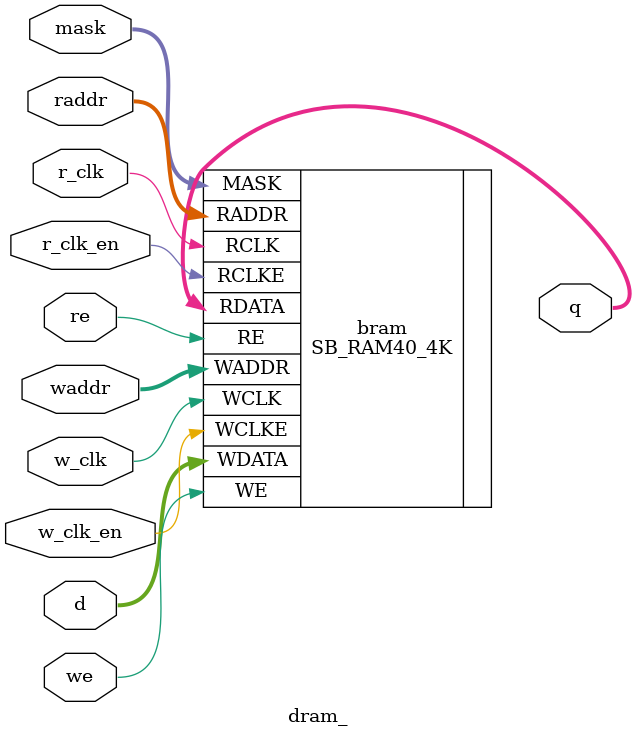
<source format=v>
module dram_256x16(
		   input 		       w_clk,
		   input 		       r_clk,
		   input 		       w_clk_en,
		   input 		       r_clk_en,
		   input 		       we,
		   input [ADDR_WIDTH - 1 : 0]  waddr,
		   input [DATA_WIDTH - 1 : 0]  d,
		   input 		       re,
		   input [DATA_WIDTH - 1 :0]   mask,
		   input [ADDR_WIDTH - 1 : 0]  raddr,
		   output [DATA_WIDTH - 1 : 0] q
	    );
   
   localparam DATA_WIDTH = 16;
   localparam ADDR_WIDTH = 8;

   localparam RAM_DATA_WIDTH = 16;
   localparam RAM_ADDR_WIDTH = 11;
   
   wire [RAM_DATA_WIDTH - 1 : 0] 	      _d, _q;
   wire [RAM_ADDR_WIDTH - 1 : 0] 	      _waddr, _raddr;			      
   
   assign _waddr = { {(RAM_ADDR_WIDTH - ADDR_WIDTH){1'b0}}, {waddr} };
   assign _raddr = { {(RAM_ADDR_WIDTH - ADDR_WIDTH){1'b0}}, {raddr} };

   assign _d = d;
   assign q = _q;
   
   dram_#(
	  .MODE(0)
	  ) dram(
		 .w_clk(w_clk),
		 .r_clk(r_clk),
		 .w_clk_en(w_clk_en),
		 .r_clk_en(r_clk_en),
		 .we(we),
		 .waddr(_waddr),
		 .d(_d),
		 .re(re),
		 .raddr(_raddr),
		 .q(_q),
		 .mask(16'b0)
		 );

   
endmodule // dram_256x16

module dram_512x8(
		  input 		      w_clk,
		  input 		      r_clk,
		  input 		      w_clk_en,
		  input 		      r_clk_en,
		  input 		      we,
		  input [ADDR_WIDTH - 1 : 0]  waddr,
		  input [DATA_WIDTH - 1 : 0]  d,
		  input 		      re,
		  input [ADDR_WIDTH - 1 : 0]  raddr,
		  output [DATA_WIDTH - 1 : 0] q
		  );
   
   localparam DATA_WIDTH = 8;
   localparam ADDR_WIDTH = 9;

   localparam RAM_DATA_WIDTH = 16;
   localparam RAM_ADDR_WIDTH = 11;
   
   wire [RAM_DATA_WIDTH - 1 : 0] 	      _d, _q;
   wire [RAM_ADDR_WIDTH - 1 : 0] 	      _waddr, _raddr;			      

   assign _waddr = { {(RAM_ADDR_WIDTH - ADDR_WIDTH){1'b0}}, {waddr} };
   assign _raddr = { {(RAM_ADDR_WIDTH - ADDR_WIDTH){1'b0}}, {raddr} };
   
   genvar 				      i;
   generate
      for (i = 0; i < 8; i=i+1)
	begin
	   assign _d[i * 2 + 1] = 1'b0;
	   assign _d[i * 2]     = d[i];
	   
	   assign q[i] = _q[i * 2];
	end   
   endgenerate
   
   dram_#(
	  .MODE(1)
	  ) dram(
			.w_clk(w_clk),
			.r_clk(r_clk),
			.w_clk_en(w_clk_en),
			.r_clk_en(r_clk_en),
			.we(we),
			.waddr(_waddr),
			.d(_d),
			.re(re),
			.raddr(_raddr),
			.q(_q),
			.mask(16'b0)
			);
   
endmodule // dram_256x16

module dram_1024x4(
		  input 		      w_clk,
		  input 		      r_clk,
		  input 		      w_clk_en,
		  input 		      r_clk_en,
		  input 		      we,
		  input [ADDR_WIDTH - 1 : 0]  waddr,
		  input [DATA_WIDTH - 1 : 0]  d,
		  input 		      re,
		  input [ADDR_WIDTH - 1 : 0]  raddr,
		  output [DATA_WIDTH - 1 : 0] q
		  );
   
   localparam DATA_WIDTH = 4;
   localparam ADDR_WIDTH = 10;

   localparam RAM_DATA_WIDTH = 16;
   localparam RAM_ADDR_WIDTH = 11;
   
   wire [RAM_DATA_WIDTH - 1 : 0] 	      _d, _q;
   wire [RAM_ADDR_WIDTH - 1 : 0] 	      _waddr, _raddr;			      

   assign _waddr = { {(RAM_ADDR_WIDTH - ADDR_WIDTH){1'b0}}, {waddr} };
   assign _raddr = { {(RAM_ADDR_WIDTH - ADDR_WIDTH){1'b0}}, {raddr} };

   genvar 				      i;
   generate
   for (i = 0; i < 4; i=i+1)
     begin
	assign _d[i * 4 + 0] = 1'b0;
	assign _d[i * 4 + 1] = d[i];
	assign _d[i * 4 + 2] = 1'b0;
	assign _d[i * 4 + 3] = 1'b0;
	
	assign q[i] = _q[i * 4 + 1];
	
     end
   endgenerate
   
   dram_#(
	  .MODE(2)
	  ) dram_(
			.w_clk(w_clk),
			.r_clk(r_clk),
			.w_clk_en(w_clk_en),
			.r_clk_en(r_clk_en),
			.we(we),
			.waddr(_waddr),
			.d(_d),
			.re(re),
			.raddr(_raddr),
			.q(_q),
			.mask(16'b0)
			);
   
endmodule // dram_1024x4

module dram_2048x2(
		  input 		      w_clk,
		  input 		      r_clk,
		  input 		      w_clk_en,
		  input 		      r_clk_en,
		  input 		      we,
		  input [ADDR_WIDTH - 1 : 0]  waddr,
		  input [DATA_WIDTH - 1 : 0]  d,
		  input 		      re,
		  input [ADDR_WIDTH - 1 : 0]  raddr,
		  output [DATA_WIDTH - 1 : 0] q
		  );
   
   localparam DATA_WIDTH = 2;
   localparam ADDR_WIDTH = 11;

   localparam RAM_DATA_WIDTH = 16;
   localparam RAM_ADDR_WIDTH = 11;
   
   wire [RAM_DATA_WIDTH - 1 : 0] 	      _d, _q;
   wire [RAM_ADDR_WIDTH - 1 : 0] 	      _waddr, _raddr;			      

   assign _waddr = waddr;
   assign _raddr = raddr;

   genvar 				      i;
   for (i = 0; i < 2; i=i+1)
     begin
	assign _d[i * 8 + 2 : i * 8]     = 0;
	assign _d[i * 8 + 3]             = d[i];
	assign _d[i * 8 + 7 : i * 8 + 4] = 0;
	
	assign q[i] = _q[i * 8 + 3];
     end   
   
   dram_#(
	  .MODE(3)
	  ) dram_(
			.w_clk(w_clk),
			.r_clk(r_clk),
			.w_clk_en(w_clk_en),
			.r_clk_en(r_clk_en),
			.we(we),
			.waddr(_waddr),
			.d(_d),
			.re(re),
			.raddr(_raddr),
			.q(_q),
			.mask(16'b0)
			);
   
endmodule // dram_2048x2

module dram_(
	    input 			    w_clk,
	    input 			    r_clk,
	    input 			    w_clk_en,
	    input 			    r_clk_en,
	    input 			    we,
	    input [RAM_ADDR_WIDTH - 1 : 0]  waddr,
	    input [RAM_DATA_WIDTH - 1 : 0]  d,
	    input 			    re,
	    input [RAM_DATA_WIDTH - 1 :0]   mask,
	    input [RAM_ADDR_WIDTH - 1 : 0]  raddr,
	    output [RAM_DATA_WIDTH - 1 : 0] q
	    );
   
   parameter MODE = -1;
   localparam RAM_DATA_WIDTH = 16;
   localparam RAM_ADDR_WIDTH = 10;
   
   SB_RAM40_4K #(
		 .WRITE_MODE(MODE),
		 .READ_MODE(MODE)
		 ) bram (
			 .RDATA(q),
			 .RADDR(raddr),
			 .RCLK(r_clk),
			 .RCLKE(r_clk_en),
			 .RE(re),
			 .WADDR(waddr),
			 .WCLK(w_clk),
			 .WCLKE(w_clk_en),
			 .WDATA(d),
			 .WE(we),
			 .MASK(mask)
			 );
   
endmodule // dram_

</source>
